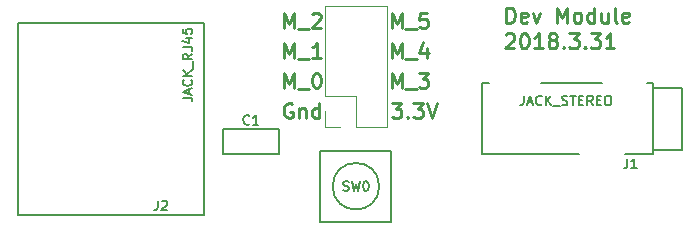
<source format=gbr>
G04 #@! TF.FileFunction,Legend,Top*
%FSLAX46Y46*%
G04 Gerber Fmt 4.6, Leading zero omitted, Abs format (unit mm)*
G04 Created by KiCad (PCBNEW 4.0.7) date 04/02/18 06:38:01*
%MOMM*%
%LPD*%
G01*
G04 APERTURE LIST*
%ADD10C,0.150000*%
%ADD11C,0.254000*%
%ADD12C,0.149860*%
%ADD13C,0.152400*%
%ADD14C,0.120000*%
G04 APERTURE END LIST*
D10*
D11*
X63548381Y-27435024D02*
X63548381Y-26165024D01*
X63850762Y-26165024D01*
X64032190Y-26225500D01*
X64153143Y-26346452D01*
X64213619Y-26467405D01*
X64274095Y-26709310D01*
X64274095Y-26890738D01*
X64213619Y-27132643D01*
X64153143Y-27253595D01*
X64032190Y-27374548D01*
X63850762Y-27435024D01*
X63548381Y-27435024D01*
X65302190Y-27374548D02*
X65181238Y-27435024D01*
X64939333Y-27435024D01*
X64818381Y-27374548D01*
X64757905Y-27253595D01*
X64757905Y-26769786D01*
X64818381Y-26648833D01*
X64939333Y-26588357D01*
X65181238Y-26588357D01*
X65302190Y-26648833D01*
X65362667Y-26769786D01*
X65362667Y-26890738D01*
X64757905Y-27011690D01*
X65786000Y-26588357D02*
X66088381Y-27435024D01*
X66390761Y-26588357D01*
X67842190Y-27435024D02*
X67842190Y-26165024D01*
X68265523Y-27072167D01*
X68688857Y-26165024D01*
X68688857Y-27435024D01*
X69475048Y-27435024D02*
X69354095Y-27374548D01*
X69293619Y-27314071D01*
X69233143Y-27193119D01*
X69233143Y-26830262D01*
X69293619Y-26709310D01*
X69354095Y-26648833D01*
X69475048Y-26588357D01*
X69656476Y-26588357D01*
X69777428Y-26648833D01*
X69837905Y-26709310D01*
X69898381Y-26830262D01*
X69898381Y-27193119D01*
X69837905Y-27314071D01*
X69777428Y-27374548D01*
X69656476Y-27435024D01*
X69475048Y-27435024D01*
X70986953Y-27435024D02*
X70986953Y-26165024D01*
X70986953Y-27374548D02*
X70866000Y-27435024D01*
X70624096Y-27435024D01*
X70503143Y-27374548D01*
X70442667Y-27314071D01*
X70382191Y-27193119D01*
X70382191Y-26830262D01*
X70442667Y-26709310D01*
X70503143Y-26648833D01*
X70624096Y-26588357D01*
X70866000Y-26588357D01*
X70986953Y-26648833D01*
X72136001Y-26588357D02*
X72136001Y-27435024D01*
X71591715Y-26588357D02*
X71591715Y-27253595D01*
X71652191Y-27374548D01*
X71773144Y-27435024D01*
X71954572Y-27435024D01*
X72075524Y-27374548D01*
X72136001Y-27314071D01*
X72922192Y-27435024D02*
X72801239Y-27374548D01*
X72740763Y-27253595D01*
X72740763Y-26165024D01*
X73889810Y-27374548D02*
X73768858Y-27435024D01*
X73526953Y-27435024D01*
X73406001Y-27374548D01*
X73345525Y-27253595D01*
X73345525Y-26769786D01*
X73406001Y-26648833D01*
X73526953Y-26588357D01*
X73768858Y-26588357D01*
X73889810Y-26648833D01*
X73950287Y-26769786D01*
X73950287Y-26890738D01*
X73345525Y-27011690D01*
X63487905Y-28444976D02*
X63548381Y-28384500D01*
X63669333Y-28324024D01*
X63971714Y-28324024D01*
X64092667Y-28384500D01*
X64153143Y-28444976D01*
X64213619Y-28565929D01*
X64213619Y-28686881D01*
X64153143Y-28868310D01*
X63427429Y-29594024D01*
X64213619Y-29594024D01*
X64999810Y-28324024D02*
X65120762Y-28324024D01*
X65241714Y-28384500D01*
X65302191Y-28444976D01*
X65362667Y-28565929D01*
X65423143Y-28807833D01*
X65423143Y-29110214D01*
X65362667Y-29352119D01*
X65302191Y-29473071D01*
X65241714Y-29533548D01*
X65120762Y-29594024D01*
X64999810Y-29594024D01*
X64878857Y-29533548D01*
X64818381Y-29473071D01*
X64757905Y-29352119D01*
X64697429Y-29110214D01*
X64697429Y-28807833D01*
X64757905Y-28565929D01*
X64818381Y-28444976D01*
X64878857Y-28384500D01*
X64999810Y-28324024D01*
X66632667Y-29594024D02*
X65906953Y-29594024D01*
X66269810Y-29594024D02*
X66269810Y-28324024D01*
X66148858Y-28505452D01*
X66027905Y-28626405D01*
X65906953Y-28686881D01*
X67358382Y-28868310D02*
X67237429Y-28807833D01*
X67176953Y-28747357D01*
X67116477Y-28626405D01*
X67116477Y-28565929D01*
X67176953Y-28444976D01*
X67237429Y-28384500D01*
X67358382Y-28324024D01*
X67600286Y-28324024D01*
X67721239Y-28384500D01*
X67781715Y-28444976D01*
X67842191Y-28565929D01*
X67842191Y-28626405D01*
X67781715Y-28747357D01*
X67721239Y-28807833D01*
X67600286Y-28868310D01*
X67358382Y-28868310D01*
X67237429Y-28928786D01*
X67176953Y-28989262D01*
X67116477Y-29110214D01*
X67116477Y-29352119D01*
X67176953Y-29473071D01*
X67237429Y-29533548D01*
X67358382Y-29594024D01*
X67600286Y-29594024D01*
X67721239Y-29533548D01*
X67781715Y-29473071D01*
X67842191Y-29352119D01*
X67842191Y-29110214D01*
X67781715Y-28989262D01*
X67721239Y-28928786D01*
X67600286Y-28868310D01*
X68386477Y-29473071D02*
X68446953Y-29533548D01*
X68386477Y-29594024D01*
X68326001Y-29533548D01*
X68386477Y-29473071D01*
X68386477Y-29594024D01*
X68870287Y-28324024D02*
X69656477Y-28324024D01*
X69233144Y-28807833D01*
X69414572Y-28807833D01*
X69535525Y-28868310D01*
X69596001Y-28928786D01*
X69656477Y-29049738D01*
X69656477Y-29352119D01*
X69596001Y-29473071D01*
X69535525Y-29533548D01*
X69414572Y-29594024D01*
X69051715Y-29594024D01*
X68930763Y-29533548D01*
X68870287Y-29473071D01*
X70200763Y-29473071D02*
X70261239Y-29533548D01*
X70200763Y-29594024D01*
X70140287Y-29533548D01*
X70200763Y-29473071D01*
X70200763Y-29594024D01*
X70684573Y-28324024D02*
X71470763Y-28324024D01*
X71047430Y-28807833D01*
X71228858Y-28807833D01*
X71349811Y-28868310D01*
X71410287Y-28928786D01*
X71470763Y-29049738D01*
X71470763Y-29352119D01*
X71410287Y-29473071D01*
X71349811Y-29533548D01*
X71228858Y-29594024D01*
X70866001Y-29594024D01*
X70745049Y-29533548D01*
X70684573Y-29473071D01*
X72680287Y-29594024D02*
X71954573Y-29594024D01*
X72317430Y-29594024D02*
X72317430Y-28324024D01*
X72196478Y-28505452D01*
X72075525Y-28626405D01*
X71954573Y-28686881D01*
X53823809Y-27879524D02*
X53823809Y-26609524D01*
X54247142Y-27516667D01*
X54670476Y-26609524D01*
X54670476Y-27879524D01*
X54972857Y-28000476D02*
X55940476Y-28000476D01*
X56847619Y-26609524D02*
X56242857Y-26609524D01*
X56182381Y-27214286D01*
X56242857Y-27153810D01*
X56363809Y-27093333D01*
X56666190Y-27093333D01*
X56787143Y-27153810D01*
X56847619Y-27214286D01*
X56908095Y-27335238D01*
X56908095Y-27637619D01*
X56847619Y-27758571D01*
X56787143Y-27819048D01*
X56666190Y-27879524D01*
X56363809Y-27879524D01*
X56242857Y-27819048D01*
X56182381Y-27758571D01*
X53823809Y-30419524D02*
X53823809Y-29149524D01*
X54247142Y-30056667D01*
X54670476Y-29149524D01*
X54670476Y-30419524D01*
X54972857Y-30540476D02*
X55940476Y-30540476D01*
X56787143Y-29572857D02*
X56787143Y-30419524D01*
X56484762Y-29089048D02*
X56182381Y-29996190D01*
X56968571Y-29996190D01*
X53823809Y-32959524D02*
X53823809Y-31689524D01*
X54247142Y-32596667D01*
X54670476Y-31689524D01*
X54670476Y-32959524D01*
X54972857Y-33080476D02*
X55940476Y-33080476D01*
X56121905Y-31689524D02*
X56908095Y-31689524D01*
X56484762Y-32173333D01*
X56666190Y-32173333D01*
X56787143Y-32233810D01*
X56847619Y-32294286D01*
X56908095Y-32415238D01*
X56908095Y-32717619D01*
X56847619Y-32838571D01*
X56787143Y-32899048D01*
X56666190Y-32959524D01*
X56303333Y-32959524D01*
X56182381Y-32899048D01*
X56121905Y-32838571D01*
X53854048Y-34229524D02*
X54640238Y-34229524D01*
X54216905Y-34713333D01*
X54398333Y-34713333D01*
X54519286Y-34773810D01*
X54579762Y-34834286D01*
X54640238Y-34955238D01*
X54640238Y-35257619D01*
X54579762Y-35378571D01*
X54519286Y-35439048D01*
X54398333Y-35499524D01*
X54035476Y-35499524D01*
X53914524Y-35439048D01*
X53854048Y-35378571D01*
X55184524Y-35378571D02*
X55245000Y-35439048D01*
X55184524Y-35499524D01*
X55124048Y-35439048D01*
X55184524Y-35378571D01*
X55184524Y-35499524D01*
X55668334Y-34229524D02*
X56454524Y-34229524D01*
X56031191Y-34713333D01*
X56212619Y-34713333D01*
X56333572Y-34773810D01*
X56394048Y-34834286D01*
X56454524Y-34955238D01*
X56454524Y-35257619D01*
X56394048Y-35378571D01*
X56333572Y-35439048D01*
X56212619Y-35499524D01*
X55849762Y-35499524D01*
X55728810Y-35439048D01*
X55668334Y-35378571D01*
X56817381Y-34229524D02*
X57240715Y-35499524D01*
X57664048Y-34229524D01*
X44752381Y-27879524D02*
X44752381Y-26609524D01*
X45175714Y-27516667D01*
X45599048Y-26609524D01*
X45599048Y-27879524D01*
X45901429Y-28000476D02*
X46869048Y-28000476D01*
X47110953Y-26730476D02*
X47171429Y-26670000D01*
X47292381Y-26609524D01*
X47594762Y-26609524D01*
X47715715Y-26670000D01*
X47776191Y-26730476D01*
X47836667Y-26851429D01*
X47836667Y-26972381D01*
X47776191Y-27153810D01*
X47050477Y-27879524D01*
X47836667Y-27879524D01*
X44752381Y-30419524D02*
X44752381Y-29149524D01*
X45175714Y-30056667D01*
X45599048Y-29149524D01*
X45599048Y-30419524D01*
X45901429Y-30540476D02*
X46869048Y-30540476D01*
X47836667Y-30419524D02*
X47110953Y-30419524D01*
X47473810Y-30419524D02*
X47473810Y-29149524D01*
X47352858Y-29330952D01*
X47231905Y-29451905D01*
X47110953Y-29512381D01*
X44752381Y-32959524D02*
X44752381Y-31689524D01*
X45175714Y-32596667D01*
X45599048Y-31689524D01*
X45599048Y-32959524D01*
X45901429Y-33080476D02*
X46869048Y-33080476D01*
X47413334Y-31689524D02*
X47534286Y-31689524D01*
X47655238Y-31750000D01*
X47715715Y-31810476D01*
X47776191Y-31931429D01*
X47836667Y-32173333D01*
X47836667Y-32475714D01*
X47776191Y-32717619D01*
X47715715Y-32838571D01*
X47655238Y-32899048D01*
X47534286Y-32959524D01*
X47413334Y-32959524D01*
X47292381Y-32899048D01*
X47231905Y-32838571D01*
X47171429Y-32717619D01*
X47110953Y-32475714D01*
X47110953Y-32173333D01*
X47171429Y-31931429D01*
X47231905Y-31810476D01*
X47292381Y-31750000D01*
X47413334Y-31689524D01*
X45417619Y-34290000D02*
X45296667Y-34229524D01*
X45115238Y-34229524D01*
X44933810Y-34290000D01*
X44812857Y-34410952D01*
X44752381Y-34531905D01*
X44691905Y-34773810D01*
X44691905Y-34955238D01*
X44752381Y-35197143D01*
X44812857Y-35318095D01*
X44933810Y-35439048D01*
X45115238Y-35499524D01*
X45236190Y-35499524D01*
X45417619Y-35439048D01*
X45478095Y-35378571D01*
X45478095Y-34955238D01*
X45236190Y-34955238D01*
X46022381Y-34652857D02*
X46022381Y-35499524D01*
X46022381Y-34773810D02*
X46082857Y-34713333D01*
X46203810Y-34652857D01*
X46385238Y-34652857D01*
X46506190Y-34713333D01*
X46566667Y-34834286D01*
X46566667Y-35499524D01*
X47715715Y-35499524D02*
X47715715Y-34229524D01*
X47715715Y-35439048D02*
X47594762Y-35499524D01*
X47352858Y-35499524D01*
X47231905Y-35439048D01*
X47171429Y-35378571D01*
X47110953Y-35257619D01*
X47110953Y-34894762D01*
X47171429Y-34773810D01*
X47231905Y-34713333D01*
X47352858Y-34652857D01*
X47594762Y-34652857D01*
X47715715Y-34713333D01*
D12*
X22152000Y-27430000D02*
X37902000Y-27430000D01*
X37902000Y-27430000D02*
X37902000Y-43690000D01*
X37902000Y-43690000D02*
X22152000Y-43690000D01*
X22152000Y-43690000D02*
X22152000Y-27430000D01*
D13*
X75946000Y-38557200D02*
X73558400Y-38557200D01*
X69697600Y-38557200D02*
X61442600Y-38557200D01*
X62026800Y-32562800D02*
X61442600Y-32562800D01*
X71628000Y-32562800D02*
X66446400Y-32562800D01*
X75946000Y-32562800D02*
X75463400Y-32562800D01*
X75946000Y-32943800D02*
X78435200Y-32943800D01*
X78435200Y-32943800D02*
X78435200Y-38176200D01*
X78435200Y-38176200D02*
X75946000Y-38176200D01*
X61442600Y-38557200D02*
X61442600Y-32562800D01*
X75946000Y-32562800D02*
X75946000Y-38557200D01*
D12*
X39547800Y-36398200D02*
X39547800Y-38531800D01*
X44272200Y-38531800D02*
X39547800Y-38531800D01*
X39573200Y-36398200D02*
X44272200Y-36398200D01*
X44272200Y-36398200D02*
X44272200Y-38531800D01*
D14*
X48200000Y-33655000D02*
X48200000Y-25975000D01*
X48200000Y-25975000D02*
X53400000Y-25975000D01*
X53400000Y-25975000D02*
X53400000Y-36255000D01*
X53400000Y-36255000D02*
X50800000Y-36255000D01*
X50800000Y-36255000D02*
X50800000Y-33655000D01*
X50800000Y-33655000D02*
X48200000Y-33655000D01*
X48200000Y-34925000D02*
X48200000Y-36255000D01*
X48200000Y-36255000D02*
X49470000Y-36255000D01*
D12*
X52770406Y-41275000D02*
G75*
G03X52770406Y-41275000I-1970406J0D01*
G01*
X53800000Y-38275000D02*
X53800000Y-44275000D01*
X53800000Y-44275000D02*
X47800000Y-44275000D01*
X47800000Y-44275000D02*
X47800000Y-38275000D01*
X47800000Y-38275000D02*
X53800000Y-38275000D01*
D10*
X34023334Y-42487905D02*
X34023334Y-43059333D01*
X33985238Y-43173619D01*
X33909048Y-43249810D01*
X33794762Y-43287905D01*
X33718572Y-43287905D01*
X34366191Y-42564095D02*
X34404286Y-42526000D01*
X34480477Y-42487905D01*
X34670953Y-42487905D01*
X34747143Y-42526000D01*
X34785239Y-42564095D01*
X34823334Y-42640286D01*
X34823334Y-42716476D01*
X34785239Y-42830762D01*
X34328096Y-43287905D01*
X34823334Y-43287905D01*
X36137905Y-33788000D02*
X36709333Y-33788000D01*
X36823619Y-33826096D01*
X36899810Y-33902286D01*
X36937905Y-34016572D01*
X36937905Y-34092762D01*
X36709333Y-33445143D02*
X36709333Y-33064191D01*
X36937905Y-33521334D02*
X36137905Y-33254667D01*
X36937905Y-32988000D01*
X36861714Y-32264191D02*
X36899810Y-32302286D01*
X36937905Y-32416572D01*
X36937905Y-32492762D01*
X36899810Y-32607048D01*
X36823619Y-32683239D01*
X36747429Y-32721334D01*
X36595048Y-32759429D01*
X36480762Y-32759429D01*
X36328381Y-32721334D01*
X36252190Y-32683239D01*
X36176000Y-32607048D01*
X36137905Y-32492762D01*
X36137905Y-32416572D01*
X36176000Y-32302286D01*
X36214095Y-32264191D01*
X36937905Y-31921334D02*
X36137905Y-31921334D01*
X36937905Y-31464191D02*
X36480762Y-31807048D01*
X36137905Y-31464191D02*
X36595048Y-31921334D01*
X37014095Y-31311810D02*
X37014095Y-30702286D01*
X36937905Y-30054667D02*
X36556952Y-30321334D01*
X36937905Y-30511810D02*
X36137905Y-30511810D01*
X36137905Y-30207048D01*
X36176000Y-30130857D01*
X36214095Y-30092762D01*
X36290286Y-30054667D01*
X36404571Y-30054667D01*
X36480762Y-30092762D01*
X36518857Y-30130857D01*
X36556952Y-30207048D01*
X36556952Y-30511810D01*
X36137905Y-29483238D02*
X36709333Y-29483238D01*
X36823619Y-29521334D01*
X36899810Y-29597524D01*
X36937905Y-29711810D01*
X36937905Y-29788000D01*
X36404571Y-28759429D02*
X36937905Y-28759429D01*
X36099810Y-28949905D02*
X36671238Y-29140381D01*
X36671238Y-28645143D01*
X36137905Y-27959428D02*
X36137905Y-28340381D01*
X36518857Y-28378476D01*
X36480762Y-28340381D01*
X36442667Y-28264190D01*
X36442667Y-28073714D01*
X36480762Y-27997524D01*
X36518857Y-27959428D01*
X36595048Y-27921333D01*
X36785524Y-27921333D01*
X36861714Y-27959428D01*
X36899810Y-27997524D01*
X36937905Y-28073714D01*
X36937905Y-28264190D01*
X36899810Y-28340381D01*
X36861714Y-28378476D01*
D13*
X73774334Y-38931905D02*
X73774334Y-39503333D01*
X73736238Y-39617619D01*
X73660048Y-39693810D01*
X73545762Y-39731905D01*
X73469572Y-39731905D01*
X74574334Y-39731905D02*
X74117191Y-39731905D01*
X74345762Y-39731905D02*
X74345762Y-38931905D01*
X74269572Y-39046190D01*
X74193381Y-39122381D01*
X74117191Y-39160476D01*
X65018095Y-33597905D02*
X65018095Y-34169333D01*
X64979999Y-34283619D01*
X64903809Y-34359810D01*
X64789523Y-34397905D01*
X64713333Y-34397905D01*
X65360952Y-34169333D02*
X65741904Y-34169333D01*
X65284761Y-34397905D02*
X65551428Y-33597905D01*
X65818095Y-34397905D01*
X66541904Y-34321714D02*
X66503809Y-34359810D01*
X66389523Y-34397905D01*
X66313333Y-34397905D01*
X66199047Y-34359810D01*
X66122856Y-34283619D01*
X66084761Y-34207429D01*
X66046666Y-34055048D01*
X66046666Y-33940762D01*
X66084761Y-33788381D01*
X66122856Y-33712190D01*
X66199047Y-33636000D01*
X66313333Y-33597905D01*
X66389523Y-33597905D01*
X66503809Y-33636000D01*
X66541904Y-33674095D01*
X66884761Y-34397905D02*
X66884761Y-33597905D01*
X67341904Y-34397905D02*
X66999047Y-33940762D01*
X67341904Y-33597905D02*
X66884761Y-34055048D01*
X67494285Y-34474095D02*
X68103809Y-34474095D01*
X68256190Y-34359810D02*
X68370476Y-34397905D01*
X68560952Y-34397905D01*
X68637142Y-34359810D01*
X68675238Y-34321714D01*
X68713333Y-34245524D01*
X68713333Y-34169333D01*
X68675238Y-34093143D01*
X68637142Y-34055048D01*
X68560952Y-34016952D01*
X68408571Y-33978857D01*
X68332380Y-33940762D01*
X68294285Y-33902667D01*
X68256190Y-33826476D01*
X68256190Y-33750286D01*
X68294285Y-33674095D01*
X68332380Y-33636000D01*
X68408571Y-33597905D01*
X68599047Y-33597905D01*
X68713333Y-33636000D01*
X68941904Y-33597905D02*
X69399047Y-33597905D01*
X69170476Y-34397905D02*
X69170476Y-33597905D01*
X69665714Y-33978857D02*
X69932381Y-33978857D01*
X70046667Y-34397905D02*
X69665714Y-34397905D01*
X69665714Y-33597905D01*
X70046667Y-33597905D01*
X70846667Y-34397905D02*
X70580000Y-34016952D01*
X70389524Y-34397905D02*
X70389524Y-33597905D01*
X70694286Y-33597905D01*
X70770477Y-33636000D01*
X70808572Y-33674095D01*
X70846667Y-33750286D01*
X70846667Y-33864571D01*
X70808572Y-33940762D01*
X70770477Y-33978857D01*
X70694286Y-34016952D01*
X70389524Y-34016952D01*
X71189524Y-33978857D02*
X71456191Y-33978857D01*
X71570477Y-34397905D02*
X71189524Y-34397905D01*
X71189524Y-33597905D01*
X71570477Y-33597905D01*
X72065715Y-33597905D02*
X72218096Y-33597905D01*
X72294287Y-33636000D01*
X72370477Y-33712190D01*
X72408572Y-33864571D01*
X72408572Y-34131238D01*
X72370477Y-34283619D01*
X72294287Y-34359810D01*
X72218096Y-34397905D01*
X72065715Y-34397905D01*
X71989525Y-34359810D01*
X71913334Y-34283619D01*
X71875239Y-34131238D01*
X71875239Y-33864571D01*
X71913334Y-33712190D01*
X71989525Y-33636000D01*
X72065715Y-33597905D01*
D10*
X41776667Y-35972714D02*
X41738572Y-36010810D01*
X41624286Y-36048905D01*
X41548096Y-36048905D01*
X41433810Y-36010810D01*
X41357619Y-35934619D01*
X41319524Y-35858429D01*
X41281429Y-35706048D01*
X41281429Y-35591762D01*
X41319524Y-35439381D01*
X41357619Y-35363190D01*
X41433810Y-35287000D01*
X41548096Y-35248905D01*
X41624286Y-35248905D01*
X41738572Y-35287000D01*
X41776667Y-35325095D01*
X42538572Y-36048905D02*
X42081429Y-36048905D01*
X42310000Y-36048905D02*
X42310000Y-35248905D01*
X42233810Y-35363190D01*
X42157619Y-35439381D01*
X42081429Y-35477476D01*
X49733333Y-41598810D02*
X49847619Y-41636905D01*
X50038095Y-41636905D01*
X50114285Y-41598810D01*
X50152381Y-41560714D01*
X50190476Y-41484524D01*
X50190476Y-41408333D01*
X50152381Y-41332143D01*
X50114285Y-41294048D01*
X50038095Y-41255952D01*
X49885714Y-41217857D01*
X49809523Y-41179762D01*
X49771428Y-41141667D01*
X49733333Y-41065476D01*
X49733333Y-40989286D01*
X49771428Y-40913095D01*
X49809523Y-40875000D01*
X49885714Y-40836905D01*
X50076190Y-40836905D01*
X50190476Y-40875000D01*
X50457143Y-40836905D02*
X50647619Y-41636905D01*
X50800000Y-41065476D01*
X50952381Y-41636905D01*
X51142857Y-40836905D01*
X51600000Y-40836905D02*
X51676191Y-40836905D01*
X51752381Y-40875000D01*
X51790476Y-40913095D01*
X51828572Y-40989286D01*
X51866667Y-41141667D01*
X51866667Y-41332143D01*
X51828572Y-41484524D01*
X51790476Y-41560714D01*
X51752381Y-41598810D01*
X51676191Y-41636905D01*
X51600000Y-41636905D01*
X51523810Y-41598810D01*
X51485714Y-41560714D01*
X51447619Y-41484524D01*
X51409524Y-41332143D01*
X51409524Y-41141667D01*
X51447619Y-40989286D01*
X51485714Y-40913095D01*
X51523810Y-40875000D01*
X51600000Y-40836905D01*
M02*

</source>
